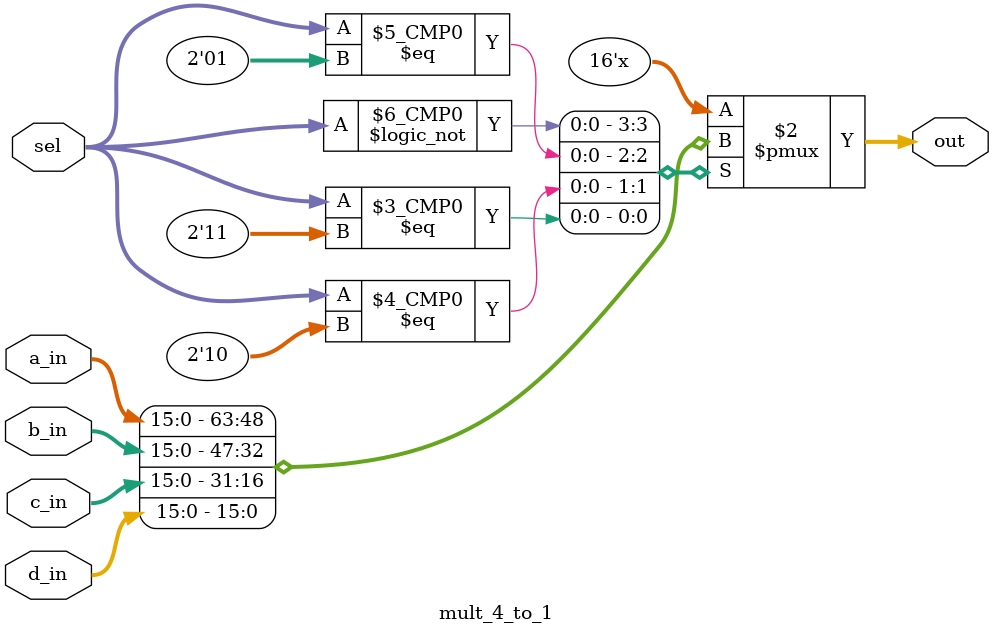
<source format=v>
module mult_4_to_1(sel, a_in, b_in, c_in, d_in, out);
	parameter width = 'd16; 
	input wire [1:0] sel;
	input wire [width-1:0] a_in, b_in, c_in, d_in;
	output reg [width-1:0] out;
	always@(sel, a_in, b_in, c_in, d_in) begin
		case(sel) 
			2'b00: out [width-1:0] = a_in [width-1:0];
			2'b01: out [width-1:0] = b_in [width-1:0];
			2'b10: out [width-1:0] = c_in [width-1:0];
			2'b11: out [width-1:0] = d_in [width-1:0];
			default: out [width-1:0] = {width{1'b0}};
		endcase
	end
endmodule
</source>
